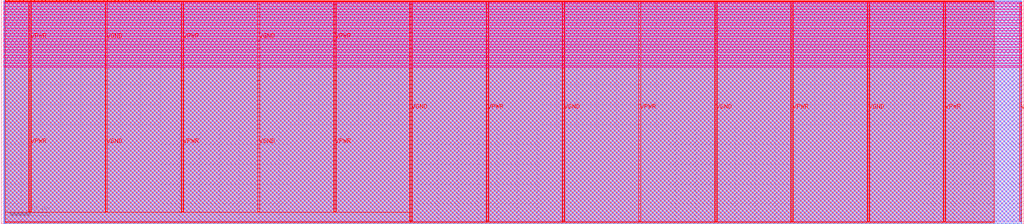
<source format=lef>
VERSION 5.7 ;
  NOWIREEXTENSIONATPIN ON ;
  DIVIDERCHAR "/" ;
  BUSBITCHARS "[]" ;
MACRO tt_um_lisa
  CLASS BLOCK ;
  FOREIGN tt_um_lisa ;
  ORIGIN 0.000 0.000 ;
  SIZE 1030.400 BY 225.760 ;
  PIN VGND
    USE GROUND ;
    PORT
      LAYER met4 ;
        RECT 258.680 11.880 260.280 144.120 ;
    END
    PORT
      LAYER met4 ;
        RECT 105.080 11.880 106.680 144.120 ;
    END
    PORT
      LAYER met4 ;
        RECT 1026.680 2.480 1028.280 223.280 ;
    END
    PORT
      LAYER met4 ;
        RECT 873.080 2.480 874.680 223.280 ;
    END
    PORT
      LAYER met4 ;
        RECT 719.480 2.480 721.080 223.280 ;
    END
    PORT
      LAYER met4 ;
        RECT 565.880 2.480 567.480 223.280 ;
    END
    PORT
      LAYER met4 ;
        RECT 412.280 2.480 413.880 223.280 ;
    END
    PORT
      LAYER met4 ;
        RECT 258.680 144.120 260.280 223.280 ;
    END
    PORT
      LAYER met4 ;
        RECT 105.080 144.120 106.680 223.280 ;
    END
  END VGND
  PIN VPWR
    USE POWER ;
    PORT
      LAYER met4 ;
        RECT 335.480 11.880 337.080 144.120 ;
    END
    PORT
      LAYER met4 ;
        RECT 181.880 11.880 183.480 144.120 ;
    END
    PORT
      LAYER met4 ;
        RECT 28.280 11.880 29.880 144.120 ;
    END
    PORT
      LAYER met4 ;
        RECT 949.880 2.480 951.480 223.280 ;
    END
    PORT
      LAYER met4 ;
        RECT 796.280 2.480 797.880 223.280 ;
    END
    PORT
      LAYER met4 ;
        RECT 642.680 2.480 644.280 223.280 ;
    END
    PORT
      LAYER met4 ;
        RECT 489.080 2.480 490.680 223.280 ;
    END
    PORT
      LAYER met4 ;
        RECT 335.480 144.120 337.080 223.280 ;
    END
    PORT
      LAYER met4 ;
        RECT 181.880 144.120 183.480 223.280 ;
    END
    PORT
      LAYER met4 ;
        RECT 28.280 144.120 29.880 223.280 ;
    END
  END VPWR
  PIN clk
    ANTENNAGATEAREA 0.852000 ;
    PORT
      LAYER met4 ;
        RECT 154.870 224.760 155.170 225.760 ;
    END
  END clk
  PIN ena
    ANTENNAGATEAREA 0.213000 ;
    PORT
      LAYER met4 ;
        RECT 158.550 224.760 158.850 225.760 ;
    END
  END ena
  PIN rst_n
    ANTENNAGATEAREA 0.126000 ;
    PORT
      LAYER met4 ;
        RECT 151.190 224.760 151.490 225.760 ;
    END
  END rst_n
  PIN ui_in[0]
    ANTENNAGATEAREA 0.126000 ;
    PORT
      LAYER met4 ;
        RECT 147.510 224.760 147.810 225.760 ;
    END
  END ui_in[0]
  PIN ui_in[1]
    ANTENNAGATEAREA 0.213000 ;
    PORT
      LAYER met4 ;
        RECT 143.830 224.760 144.130 225.760 ;
    END
  END ui_in[1]
  PIN ui_in[2]
    ANTENNAGATEAREA 0.213000 ;
    PORT
      LAYER met4 ;
        RECT 140.150 224.760 140.450 225.760 ;
    END
  END ui_in[2]
  PIN ui_in[3]
    ANTENNAGATEAREA 0.159000 ;
    PORT
      LAYER met4 ;
        RECT 136.470 224.760 136.770 225.760 ;
    END
  END ui_in[3]
  PIN ui_in[4]
    ANTENNAGATEAREA 0.213000 ;
    PORT
      LAYER met4 ;
        RECT 132.790 224.760 133.090 225.760 ;
    END
  END ui_in[4]
  PIN ui_in[5]
    ANTENNAGATEAREA 0.213000 ;
    PORT
      LAYER met4 ;
        RECT 129.110 224.760 129.410 225.760 ;
    END
  END ui_in[5]
  PIN ui_in[6]
    ANTENNAGATEAREA 0.213000 ;
    PORT
      LAYER met4 ;
        RECT 125.430 224.760 125.730 225.760 ;
    END
  END ui_in[6]
  PIN ui_in[7]
    ANTENNAGATEAREA 0.159000 ;
    PORT
      LAYER met4 ;
        RECT 121.750 224.760 122.050 225.760 ;
    END
  END ui_in[7]
  PIN uio_in[0]
    ANTENNAGATEAREA 0.196500 ;
    PORT
      LAYER met4 ;
        RECT 118.070 224.760 118.370 225.760 ;
    END
  END uio_in[0]
  PIN uio_in[1]
    ANTENNAGATEAREA 0.213000 ;
    PORT
      LAYER met4 ;
        RECT 114.390 224.760 114.690 225.760 ;
    END
  END uio_in[1]
  PIN uio_in[2]
    ANTENNAGATEAREA 0.213000 ;
    PORT
      LAYER met4 ;
        RECT 110.710 224.760 111.010 225.760 ;
    END
  END uio_in[2]
  PIN uio_in[3]
    ANTENNAGATEAREA 0.213000 ;
    PORT
      LAYER met4 ;
        RECT 107.030 224.760 107.330 225.760 ;
    END
  END uio_in[3]
  PIN uio_in[4]
    ANTENNAGATEAREA 0.213000 ;
    PORT
      LAYER met4 ;
        RECT 103.350 224.760 103.650 225.760 ;
    END
  END uio_in[4]
  PIN uio_in[5]
    ANTENNAGATEAREA 0.213000 ;
    PORT
      LAYER met4 ;
        RECT 99.670 224.760 99.970 225.760 ;
    END
  END uio_in[5]
  PIN uio_in[6]
    ANTENNAGATEAREA 0.213000 ;
    PORT
      LAYER met4 ;
        RECT 95.990 224.760 96.290 225.760 ;
    END
  END uio_in[6]
  PIN uio_in[7]
    ANTENNAGATEAREA 0.213000 ;
    PORT
      LAYER met4 ;
        RECT 92.310 224.760 92.610 225.760 ;
    END
  END uio_in[7]
  PIN uio_oe[0]
    ANTENNADIFFAREA 0.445500 ;
    PORT
      LAYER met4 ;
        RECT 29.750 224.760 30.050 225.760 ;
    END
  END uio_oe[0]
  PIN uio_oe[1]
    ANTENNADIFFAREA 0.445500 ;
    PORT
      LAYER met4 ;
        RECT 26.070 224.760 26.370 225.760 ;
    END
  END uio_oe[1]
  PIN uio_oe[2]
    ANTENNADIFFAREA 0.445500 ;
    PORT
      LAYER met4 ;
        RECT 22.390 224.760 22.690 225.760 ;
    END
  END uio_oe[2]
  PIN uio_oe[3]
    ANTENNADIFFAREA 0.445500 ;
    PORT
      LAYER met4 ;
        RECT 18.710 224.760 19.010 225.760 ;
    END
  END uio_oe[3]
  PIN uio_oe[4]
    ANTENNADIFFAREA 0.445500 ;
    PORT
      LAYER met4 ;
        RECT 15.030 224.760 15.330 225.760 ;
    END
  END uio_oe[4]
  PIN uio_oe[5]
    ANTENNADIFFAREA 0.445500 ;
    PORT
      LAYER met4 ;
        RECT 11.350 224.760 11.650 225.760 ;
    END
  END uio_oe[5]
  PIN uio_oe[6]
    ANTENNADIFFAREA 0.445500 ;
    PORT
      LAYER met4 ;
        RECT 7.670 224.760 7.970 225.760 ;
    END
  END uio_oe[6]
  PIN uio_oe[7]
    ANTENNADIFFAREA 0.445500 ;
    PORT
      LAYER met4 ;
        RECT 3.990 224.760 4.290 225.760 ;
    END
  END uio_oe[7]
  PIN uio_out[0]
    ANTENNADIFFAREA 0.445500 ;
    PORT
      LAYER met4 ;
        RECT 59.190 224.760 59.490 225.760 ;
    END
  END uio_out[0]
  PIN uio_out[1]
    ANTENNADIFFAREA 0.445500 ;
    PORT
      LAYER met4 ;
        RECT 55.510 224.760 55.810 225.760 ;
    END
  END uio_out[1]
  PIN uio_out[2]
    ANTENNADIFFAREA 0.445500 ;
    PORT
      LAYER met4 ;
        RECT 51.830 224.760 52.130 225.760 ;
    END
  END uio_out[2]
  PIN uio_out[3]
    ANTENNADIFFAREA 0.445500 ;
    PORT
      LAYER met4 ;
        RECT 48.150 224.760 48.450 225.760 ;
    END
  END uio_out[3]
  PIN uio_out[4]
    ANTENNADIFFAREA 0.445500 ;
    PORT
      LAYER met4 ;
        RECT 44.470 224.760 44.770 225.760 ;
    END
  END uio_out[4]
  PIN uio_out[5]
    ANTENNADIFFAREA 0.445500 ;
    PORT
      LAYER met4 ;
        RECT 40.790 224.760 41.090 225.760 ;
    END
  END uio_out[5]
  PIN uio_out[6]
    ANTENNADIFFAREA 0.445500 ;
    PORT
      LAYER met4 ;
        RECT 37.110 224.760 37.410 225.760 ;
    END
  END uio_out[6]
  PIN uio_out[7]
    ANTENNADIFFAREA 0.445500 ;
    PORT
      LAYER met4 ;
        RECT 33.430 224.760 33.730 225.760 ;
    END
  END uio_out[7]
  PIN uo_out[0]
    ANTENNADIFFAREA 0.445500 ;
    PORT
      LAYER met4 ;
        RECT 88.630 224.760 88.930 225.760 ;
    END
  END uo_out[0]
  PIN uo_out[1]
    ANTENNADIFFAREA 0.445500 ;
    PORT
      LAYER met4 ;
        RECT 84.950 224.760 85.250 225.760 ;
    END
  END uo_out[1]
  PIN uo_out[2]
    ANTENNADIFFAREA 0.445500 ;
    PORT
      LAYER met4 ;
        RECT 81.270 224.760 81.570 225.760 ;
    END
  END uo_out[2]
  PIN uo_out[3]
    ANTENNADIFFAREA 0.445500 ;
    PORT
      LAYER met4 ;
        RECT 77.590 224.760 77.890 225.760 ;
    END
  END uo_out[3]
  PIN uo_out[4]
    ANTENNADIFFAREA 0.445500 ;
    PORT
      LAYER met4 ;
        RECT 73.910 224.760 74.210 225.760 ;
    END
  END uo_out[4]
  PIN uo_out[5]
    ANTENNADIFFAREA 0.445500 ;
    PORT
      LAYER met4 ;
        RECT 70.230 224.760 70.530 225.760 ;
    END
  END uo_out[5]
  PIN uo_out[6]
    ANTENNADIFFAREA 0.445500 ;
    PORT
      LAYER met4 ;
        RECT 66.550 224.760 66.850 225.760 ;
    END
  END uo_out[6]
  PIN uo_out[7]
    ANTENNADIFFAREA 0.445500 ;
    PORT
      LAYER met4 ;
        RECT 62.870 224.760 63.170 225.760 ;
    END
  END uo_out[7]
  OBS
      LAYER nwell ;
        RECT 2.570 221.625 1027.830 223.230 ;
        RECT 2.570 216.185 1027.830 219.015 ;
        RECT 2.570 210.745 1027.830 213.575 ;
        RECT 2.570 205.305 1027.830 208.135 ;
        RECT 2.570 199.865 1027.830 202.695 ;
        RECT 2.570 194.425 1027.830 197.255 ;
        RECT 2.570 188.985 1027.830 191.815 ;
        RECT 2.570 183.545 1027.830 186.375 ;
        RECT 2.570 178.105 1027.830 180.935 ;
        RECT 2.570 172.665 1027.830 175.495 ;
        RECT 2.570 167.225 1027.830 170.055 ;
        RECT 2.570 161.785 1027.830 164.615 ;
        RECT 2.570 157.570 1027.830 159.175 ;
      LAYER li1 ;
        RECT 2.760 2.635 1027.640 223.125 ;
      LAYER met1 ;
        RECT 2.760 0.040 1028.280 224.020 ;
      LAYER met2 ;
        RECT 2.860 0.010 1028.250 224.925 ;
      LAYER met3 ;
        RECT 3.745 0.175 1028.270 224.905 ;
      LAYER met4 ;
        RECT 4.690 224.360 7.270 224.905 ;
        RECT 8.370 224.360 10.950 224.905 ;
        RECT 12.050 224.360 14.630 224.905 ;
        RECT 15.730 224.360 18.310 224.905 ;
        RECT 19.410 224.360 21.990 224.905 ;
        RECT 23.090 224.360 25.670 224.905 ;
        RECT 26.770 224.360 29.350 224.905 ;
        RECT 30.450 224.360 33.030 224.905 ;
        RECT 34.130 224.360 36.710 224.905 ;
        RECT 37.810 224.360 40.390 224.905 ;
        RECT 41.490 224.360 44.070 224.905 ;
        RECT 45.170 224.360 47.750 224.905 ;
        RECT 48.850 224.360 51.430 224.905 ;
        RECT 52.530 224.360 55.110 224.905 ;
        RECT 56.210 224.360 58.790 224.905 ;
        RECT 59.890 224.360 62.470 224.905 ;
        RECT 63.570 224.360 66.150 224.905 ;
        RECT 67.250 224.360 69.830 224.905 ;
        RECT 70.930 224.360 73.510 224.905 ;
        RECT 74.610 224.360 77.190 224.905 ;
        RECT 78.290 224.360 80.870 224.905 ;
        RECT 81.970 224.360 84.550 224.905 ;
        RECT 85.650 224.360 88.230 224.905 ;
        RECT 89.330 224.360 91.910 224.905 ;
        RECT 93.010 224.360 95.590 224.905 ;
        RECT 96.690 224.360 99.270 224.905 ;
        RECT 100.370 224.360 102.950 224.905 ;
        RECT 104.050 224.360 106.630 224.905 ;
        RECT 107.730 224.360 110.310 224.905 ;
        RECT 111.410 224.360 113.990 224.905 ;
        RECT 115.090 224.360 117.670 224.905 ;
        RECT 118.770 224.360 121.350 224.905 ;
        RECT 122.450 224.360 125.030 224.905 ;
        RECT 126.130 224.360 128.710 224.905 ;
        RECT 129.810 224.360 132.390 224.905 ;
        RECT 133.490 224.360 136.070 224.905 ;
        RECT 137.170 224.360 139.750 224.905 ;
        RECT 140.850 224.360 143.430 224.905 ;
        RECT 144.530 224.360 147.110 224.905 ;
        RECT 148.210 224.360 150.790 224.905 ;
        RECT 151.890 224.360 154.470 224.905 ;
        RECT 155.570 224.360 158.150 224.905 ;
        RECT 159.250 224.360 1000.665 224.905 ;
        RECT 3.975 223.680 1000.665 224.360 ;
        RECT 3.975 11.480 27.880 223.680 ;
        RECT 30.280 11.480 104.680 223.680 ;
        RECT 107.080 11.480 181.480 223.680 ;
        RECT 183.880 11.480 258.280 223.680 ;
        RECT 260.680 11.480 335.080 223.680 ;
        RECT 337.480 11.480 411.880 223.680 ;
        RECT 3.975 2.080 411.880 11.480 ;
        RECT 414.280 2.080 488.680 223.680 ;
        RECT 491.080 2.080 565.480 223.680 ;
        RECT 567.880 2.080 642.280 223.680 ;
        RECT 644.680 2.080 719.080 223.680 ;
        RECT 721.480 2.080 795.880 223.680 ;
        RECT 798.280 2.080 872.680 223.680 ;
        RECT 875.080 2.080 949.480 223.680 ;
        RECT 951.880 2.080 1000.665 223.680 ;
        RECT 3.975 0.855 1000.665 2.080 ;
  END
END tt_um_lisa
END LIBRARY


</source>
